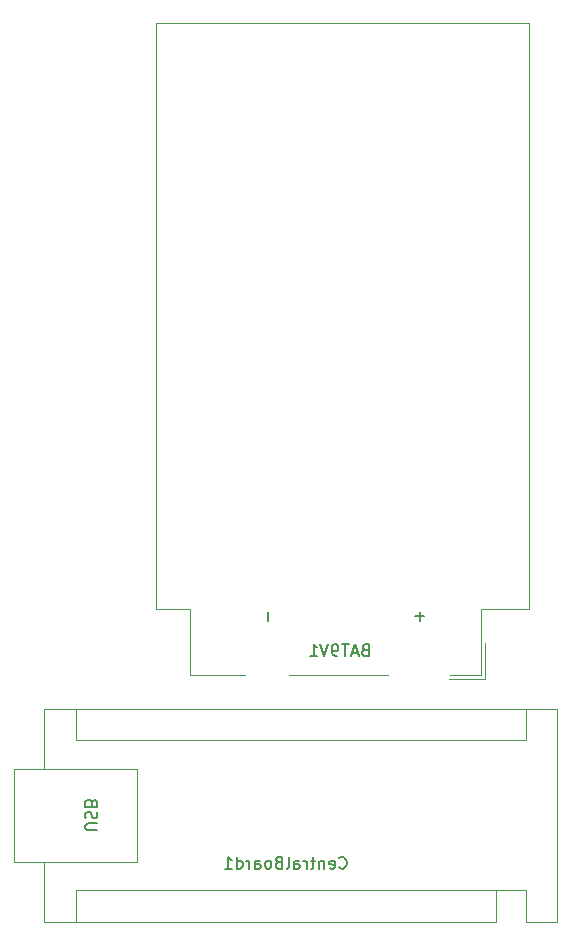
<source format=gbr>
%TF.GenerationSoftware,KiCad,Pcbnew,8.0.2*%
%TF.CreationDate,2024-05-08T14:23:23+01:00*%
%TF.ProjectId,Right_Controller_PCB_Bluetooth,52696768-745f-4436-9f6e-74726f6c6c65,V01*%
%TF.SameCoordinates,Original*%
%TF.FileFunction,Legend,Bot*%
%TF.FilePolarity,Positive*%
%FSLAX46Y46*%
G04 Gerber Fmt 4.6, Leading zero omitted, Abs format (unit mm)*
G04 Created by KiCad (PCBNEW 8.0.2) date 2024-05-08 14:23:23*
%MOMM*%
%LPD*%
G01*
G04 APERTURE LIST*
%ADD10C,0.150000*%
%ADD11C,0.120000*%
G04 APERTURE END LIST*
D10*
X144985810Y-140415180D02*
X145033429Y-140462800D01*
X145033429Y-140462800D02*
X145176286Y-140510419D01*
X145176286Y-140510419D02*
X145271524Y-140510419D01*
X145271524Y-140510419D02*
X145414381Y-140462800D01*
X145414381Y-140462800D02*
X145509619Y-140367561D01*
X145509619Y-140367561D02*
X145557238Y-140272323D01*
X145557238Y-140272323D02*
X145604857Y-140081847D01*
X145604857Y-140081847D02*
X145604857Y-139938990D01*
X145604857Y-139938990D02*
X145557238Y-139748514D01*
X145557238Y-139748514D02*
X145509619Y-139653276D01*
X145509619Y-139653276D02*
X145414381Y-139558038D01*
X145414381Y-139558038D02*
X145271524Y-139510419D01*
X145271524Y-139510419D02*
X145176286Y-139510419D01*
X145176286Y-139510419D02*
X145033429Y-139558038D01*
X145033429Y-139558038D02*
X144985810Y-139605657D01*
X144176286Y-140462800D02*
X144271524Y-140510419D01*
X144271524Y-140510419D02*
X144462000Y-140510419D01*
X144462000Y-140510419D02*
X144557238Y-140462800D01*
X144557238Y-140462800D02*
X144604857Y-140367561D01*
X144604857Y-140367561D02*
X144604857Y-139986609D01*
X144604857Y-139986609D02*
X144557238Y-139891371D01*
X144557238Y-139891371D02*
X144462000Y-139843752D01*
X144462000Y-139843752D02*
X144271524Y-139843752D01*
X144271524Y-139843752D02*
X144176286Y-139891371D01*
X144176286Y-139891371D02*
X144128667Y-139986609D01*
X144128667Y-139986609D02*
X144128667Y-140081847D01*
X144128667Y-140081847D02*
X144604857Y-140177085D01*
X143700095Y-139843752D02*
X143700095Y-140510419D01*
X143700095Y-139938990D02*
X143652476Y-139891371D01*
X143652476Y-139891371D02*
X143557238Y-139843752D01*
X143557238Y-139843752D02*
X143414381Y-139843752D01*
X143414381Y-139843752D02*
X143319143Y-139891371D01*
X143319143Y-139891371D02*
X143271524Y-139986609D01*
X143271524Y-139986609D02*
X143271524Y-140510419D01*
X142938190Y-139843752D02*
X142557238Y-139843752D01*
X142795333Y-139510419D02*
X142795333Y-140367561D01*
X142795333Y-140367561D02*
X142747714Y-140462800D01*
X142747714Y-140462800D02*
X142652476Y-140510419D01*
X142652476Y-140510419D02*
X142557238Y-140510419D01*
X142223904Y-140510419D02*
X142223904Y-139843752D01*
X142223904Y-140034228D02*
X142176285Y-139938990D01*
X142176285Y-139938990D02*
X142128666Y-139891371D01*
X142128666Y-139891371D02*
X142033428Y-139843752D01*
X142033428Y-139843752D02*
X141938190Y-139843752D01*
X141176285Y-140510419D02*
X141176285Y-139986609D01*
X141176285Y-139986609D02*
X141223904Y-139891371D01*
X141223904Y-139891371D02*
X141319142Y-139843752D01*
X141319142Y-139843752D02*
X141509618Y-139843752D01*
X141509618Y-139843752D02*
X141604856Y-139891371D01*
X141176285Y-140462800D02*
X141271523Y-140510419D01*
X141271523Y-140510419D02*
X141509618Y-140510419D01*
X141509618Y-140510419D02*
X141604856Y-140462800D01*
X141604856Y-140462800D02*
X141652475Y-140367561D01*
X141652475Y-140367561D02*
X141652475Y-140272323D01*
X141652475Y-140272323D02*
X141604856Y-140177085D01*
X141604856Y-140177085D02*
X141509618Y-140129466D01*
X141509618Y-140129466D02*
X141271523Y-140129466D01*
X141271523Y-140129466D02*
X141176285Y-140081847D01*
X140557237Y-140510419D02*
X140652475Y-140462800D01*
X140652475Y-140462800D02*
X140700094Y-140367561D01*
X140700094Y-140367561D02*
X140700094Y-139510419D01*
X139842951Y-139986609D02*
X139700094Y-140034228D01*
X139700094Y-140034228D02*
X139652475Y-140081847D01*
X139652475Y-140081847D02*
X139604856Y-140177085D01*
X139604856Y-140177085D02*
X139604856Y-140319942D01*
X139604856Y-140319942D02*
X139652475Y-140415180D01*
X139652475Y-140415180D02*
X139700094Y-140462800D01*
X139700094Y-140462800D02*
X139795332Y-140510419D01*
X139795332Y-140510419D02*
X140176284Y-140510419D01*
X140176284Y-140510419D02*
X140176284Y-139510419D01*
X140176284Y-139510419D02*
X139842951Y-139510419D01*
X139842951Y-139510419D02*
X139747713Y-139558038D01*
X139747713Y-139558038D02*
X139700094Y-139605657D01*
X139700094Y-139605657D02*
X139652475Y-139700895D01*
X139652475Y-139700895D02*
X139652475Y-139796133D01*
X139652475Y-139796133D02*
X139700094Y-139891371D01*
X139700094Y-139891371D02*
X139747713Y-139938990D01*
X139747713Y-139938990D02*
X139842951Y-139986609D01*
X139842951Y-139986609D02*
X140176284Y-139986609D01*
X139033427Y-140510419D02*
X139128665Y-140462800D01*
X139128665Y-140462800D02*
X139176284Y-140415180D01*
X139176284Y-140415180D02*
X139223903Y-140319942D01*
X139223903Y-140319942D02*
X139223903Y-140034228D01*
X139223903Y-140034228D02*
X139176284Y-139938990D01*
X139176284Y-139938990D02*
X139128665Y-139891371D01*
X139128665Y-139891371D02*
X139033427Y-139843752D01*
X139033427Y-139843752D02*
X138890570Y-139843752D01*
X138890570Y-139843752D02*
X138795332Y-139891371D01*
X138795332Y-139891371D02*
X138747713Y-139938990D01*
X138747713Y-139938990D02*
X138700094Y-140034228D01*
X138700094Y-140034228D02*
X138700094Y-140319942D01*
X138700094Y-140319942D02*
X138747713Y-140415180D01*
X138747713Y-140415180D02*
X138795332Y-140462800D01*
X138795332Y-140462800D02*
X138890570Y-140510419D01*
X138890570Y-140510419D02*
X139033427Y-140510419D01*
X137842951Y-140510419D02*
X137842951Y-139986609D01*
X137842951Y-139986609D02*
X137890570Y-139891371D01*
X137890570Y-139891371D02*
X137985808Y-139843752D01*
X137985808Y-139843752D02*
X138176284Y-139843752D01*
X138176284Y-139843752D02*
X138271522Y-139891371D01*
X137842951Y-140462800D02*
X137938189Y-140510419D01*
X137938189Y-140510419D02*
X138176284Y-140510419D01*
X138176284Y-140510419D02*
X138271522Y-140462800D01*
X138271522Y-140462800D02*
X138319141Y-140367561D01*
X138319141Y-140367561D02*
X138319141Y-140272323D01*
X138319141Y-140272323D02*
X138271522Y-140177085D01*
X138271522Y-140177085D02*
X138176284Y-140129466D01*
X138176284Y-140129466D02*
X137938189Y-140129466D01*
X137938189Y-140129466D02*
X137842951Y-140081847D01*
X137366760Y-140510419D02*
X137366760Y-139843752D01*
X137366760Y-140034228D02*
X137319141Y-139938990D01*
X137319141Y-139938990D02*
X137271522Y-139891371D01*
X137271522Y-139891371D02*
X137176284Y-139843752D01*
X137176284Y-139843752D02*
X137081046Y-139843752D01*
X136319141Y-140510419D02*
X136319141Y-139510419D01*
X136319141Y-140462800D02*
X136414379Y-140510419D01*
X136414379Y-140510419D02*
X136604855Y-140510419D01*
X136604855Y-140510419D02*
X136700093Y-140462800D01*
X136700093Y-140462800D02*
X136747712Y-140415180D01*
X136747712Y-140415180D02*
X136795331Y-140319942D01*
X136795331Y-140319942D02*
X136795331Y-140034228D01*
X136795331Y-140034228D02*
X136747712Y-139938990D01*
X136747712Y-139938990D02*
X136700093Y-139891371D01*
X136700093Y-139891371D02*
X136604855Y-139843752D01*
X136604855Y-139843752D02*
X136414379Y-139843752D01*
X136414379Y-139843752D02*
X136319141Y-139891371D01*
X135319141Y-140510419D02*
X135890569Y-140510419D01*
X135604855Y-140510419D02*
X135604855Y-139510419D01*
X135604855Y-139510419D02*
X135700093Y-139653276D01*
X135700093Y-139653276D02*
X135795331Y-139748514D01*
X135795331Y-139748514D02*
X135890569Y-139796133D01*
X124497180Y-137253504D02*
X123687657Y-137253504D01*
X123687657Y-137253504D02*
X123592419Y-137205885D01*
X123592419Y-137205885D02*
X123544800Y-137158266D01*
X123544800Y-137158266D02*
X123497180Y-137063028D01*
X123497180Y-137063028D02*
X123497180Y-136872552D01*
X123497180Y-136872552D02*
X123544800Y-136777314D01*
X123544800Y-136777314D02*
X123592419Y-136729695D01*
X123592419Y-136729695D02*
X123687657Y-136682076D01*
X123687657Y-136682076D02*
X124497180Y-136682076D01*
X123544800Y-136253504D02*
X123497180Y-136110647D01*
X123497180Y-136110647D02*
X123497180Y-135872552D01*
X123497180Y-135872552D02*
X123544800Y-135777314D01*
X123544800Y-135777314D02*
X123592419Y-135729695D01*
X123592419Y-135729695D02*
X123687657Y-135682076D01*
X123687657Y-135682076D02*
X123782895Y-135682076D01*
X123782895Y-135682076D02*
X123878133Y-135729695D01*
X123878133Y-135729695D02*
X123925752Y-135777314D01*
X123925752Y-135777314D02*
X123973371Y-135872552D01*
X123973371Y-135872552D02*
X124020990Y-136063028D01*
X124020990Y-136063028D02*
X124068609Y-136158266D01*
X124068609Y-136158266D02*
X124116228Y-136205885D01*
X124116228Y-136205885D02*
X124211466Y-136253504D01*
X124211466Y-136253504D02*
X124306704Y-136253504D01*
X124306704Y-136253504D02*
X124401942Y-136205885D01*
X124401942Y-136205885D02*
X124449561Y-136158266D01*
X124449561Y-136158266D02*
X124497180Y-136063028D01*
X124497180Y-136063028D02*
X124497180Y-135824933D01*
X124497180Y-135824933D02*
X124449561Y-135682076D01*
X124020990Y-134920171D02*
X123973371Y-134777314D01*
X123973371Y-134777314D02*
X123925752Y-134729695D01*
X123925752Y-134729695D02*
X123830514Y-134682076D01*
X123830514Y-134682076D02*
X123687657Y-134682076D01*
X123687657Y-134682076D02*
X123592419Y-134729695D01*
X123592419Y-134729695D02*
X123544800Y-134777314D01*
X123544800Y-134777314D02*
X123497180Y-134872552D01*
X123497180Y-134872552D02*
X123497180Y-135253504D01*
X123497180Y-135253504D02*
X124497180Y-135253504D01*
X124497180Y-135253504D02*
X124497180Y-134920171D01*
X124497180Y-134920171D02*
X124449561Y-134824933D01*
X124449561Y-134824933D02*
X124401942Y-134777314D01*
X124401942Y-134777314D02*
X124306704Y-134729695D01*
X124306704Y-134729695D02*
X124211466Y-134729695D01*
X124211466Y-134729695D02*
X124116228Y-134777314D01*
X124116228Y-134777314D02*
X124068609Y-134824933D01*
X124068609Y-134824933D02*
X124020990Y-134920171D01*
X124020990Y-134920171D02*
X124020990Y-135253504D01*
X147153047Y-121977009D02*
X147010190Y-122024628D01*
X147010190Y-122024628D02*
X146962571Y-122072247D01*
X146962571Y-122072247D02*
X146914952Y-122167485D01*
X146914952Y-122167485D02*
X146914952Y-122310342D01*
X146914952Y-122310342D02*
X146962571Y-122405580D01*
X146962571Y-122405580D02*
X147010190Y-122453200D01*
X147010190Y-122453200D02*
X147105428Y-122500819D01*
X147105428Y-122500819D02*
X147486380Y-122500819D01*
X147486380Y-122500819D02*
X147486380Y-121500819D01*
X147486380Y-121500819D02*
X147153047Y-121500819D01*
X147153047Y-121500819D02*
X147057809Y-121548438D01*
X147057809Y-121548438D02*
X147010190Y-121596057D01*
X147010190Y-121596057D02*
X146962571Y-121691295D01*
X146962571Y-121691295D02*
X146962571Y-121786533D01*
X146962571Y-121786533D02*
X147010190Y-121881771D01*
X147010190Y-121881771D02*
X147057809Y-121929390D01*
X147057809Y-121929390D02*
X147153047Y-121977009D01*
X147153047Y-121977009D02*
X147486380Y-121977009D01*
X146533999Y-122215104D02*
X146057809Y-122215104D01*
X146629237Y-122500819D02*
X146295904Y-121500819D01*
X146295904Y-121500819D02*
X145962571Y-122500819D01*
X145772094Y-121500819D02*
X145200666Y-121500819D01*
X145486380Y-122500819D02*
X145486380Y-121500819D01*
X144819713Y-122500819D02*
X144629237Y-122500819D01*
X144629237Y-122500819D02*
X144533999Y-122453200D01*
X144533999Y-122453200D02*
X144486380Y-122405580D01*
X144486380Y-122405580D02*
X144391142Y-122262723D01*
X144391142Y-122262723D02*
X144343523Y-122072247D01*
X144343523Y-122072247D02*
X144343523Y-121691295D01*
X144343523Y-121691295D02*
X144391142Y-121596057D01*
X144391142Y-121596057D02*
X144438761Y-121548438D01*
X144438761Y-121548438D02*
X144533999Y-121500819D01*
X144533999Y-121500819D02*
X144724475Y-121500819D01*
X144724475Y-121500819D02*
X144819713Y-121548438D01*
X144819713Y-121548438D02*
X144867332Y-121596057D01*
X144867332Y-121596057D02*
X144914951Y-121691295D01*
X144914951Y-121691295D02*
X144914951Y-121929390D01*
X144914951Y-121929390D02*
X144867332Y-122024628D01*
X144867332Y-122024628D02*
X144819713Y-122072247D01*
X144819713Y-122072247D02*
X144724475Y-122119866D01*
X144724475Y-122119866D02*
X144533999Y-122119866D01*
X144533999Y-122119866D02*
X144438761Y-122072247D01*
X144438761Y-122072247D02*
X144391142Y-122024628D01*
X144391142Y-122024628D02*
X144343523Y-121929390D01*
X144057808Y-121500819D02*
X143724475Y-122500819D01*
X143724475Y-122500819D02*
X143391142Y-121500819D01*
X142533999Y-122500819D02*
X143105427Y-122500819D01*
X142819713Y-122500819D02*
X142819713Y-121500819D01*
X142819713Y-121500819D02*
X142914951Y-121643676D01*
X142914951Y-121643676D02*
X143010189Y-121738914D01*
X143010189Y-121738914D02*
X143105427Y-121786533D01*
X138927866Y-118782779D02*
X138927866Y-119544684D01*
X151807866Y-118782779D02*
X151807866Y-119544684D01*
X152188819Y-119163731D02*
X151426914Y-119163731D01*
D11*
%TO.C,CentralBoard1*%
X117472000Y-132051600D02*
X127892000Y-132051600D01*
X117472000Y-139931600D02*
X117472000Y-132051600D01*
X120012000Y-132051600D02*
X120012000Y-126971600D01*
X120012000Y-139931600D02*
X120012000Y-145011600D01*
X120012000Y-145011600D02*
X158242000Y-145011600D01*
X122682000Y-126971600D02*
X122682000Y-129641600D01*
X122682000Y-129641600D02*
X160782000Y-129641600D01*
X122682000Y-142341600D02*
X158242000Y-142341600D01*
X122682000Y-145011600D02*
X122682000Y-142341600D01*
X127892000Y-132051600D02*
X127892000Y-139931600D01*
X127892000Y-139931600D02*
X117472000Y-139931600D01*
X158242000Y-145011600D02*
X158242000Y-142341600D01*
X160782000Y-126971600D02*
X160782000Y-129641600D01*
X160782000Y-142341600D02*
X158242000Y-142341600D01*
X160782000Y-145011600D02*
X160782000Y-142341600D01*
X160782000Y-145011600D02*
X163452000Y-145011600D01*
X163452000Y-126971600D02*
X120012000Y-126971600D01*
X163452000Y-145011600D02*
X163452000Y-126971600D01*
%TO.C,BAT9V1*%
X129454000Y-118506000D02*
X129454000Y-68946000D01*
X132354000Y-118506000D02*
X129454000Y-118506000D01*
X132354000Y-124106000D02*
X132354000Y-118506000D01*
X137034000Y-124106000D02*
X132354000Y-124106000D01*
X140734000Y-124106000D02*
X149084000Y-124106000D01*
X154284000Y-124446000D02*
X157284000Y-124446000D01*
X154384000Y-124106000D02*
X156944000Y-124106000D01*
X156944000Y-118506000D02*
X161044000Y-118506000D01*
X156944000Y-124106000D02*
X156944000Y-118506000D01*
X157284000Y-121446000D02*
X157284000Y-124446000D01*
X161044000Y-68946000D02*
X129454000Y-68946000D01*
X161044000Y-118506000D02*
X161044000Y-68946000D01*
%TD*%
M02*

</source>
